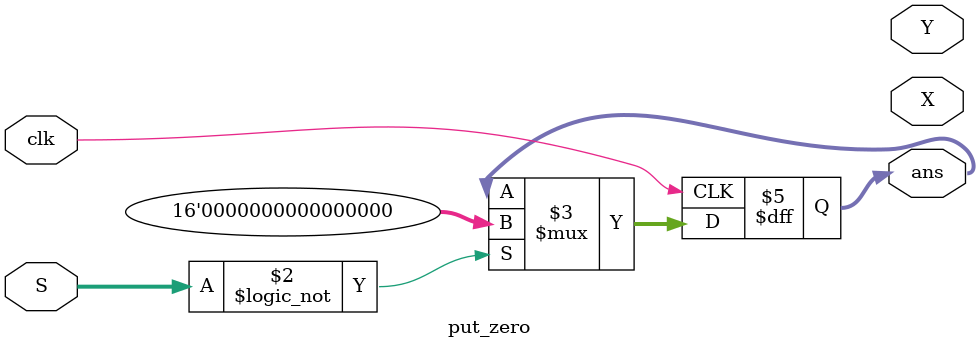
<source format=v>
module put_zero(
	output reg [7:0] X,
	output reg [7:0] Y,
	input [2:0] S,
	output reg[15:0] ans,
	input clk
);
						
	always@(posedge clk)
	begin
		if(S==3'b000)
		begin
			ans<=16'b0000_0000_0000_0000;
		end
	end
	
	
	
endmodule

</source>
